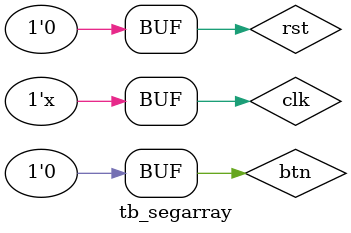
<source format=v>
module tb_segarray();

// module seg_array(clk, rst, btn, seg_data, seg_sel);

reg clk, rst, btn;

wire [7:0] seg_data;
wire [7:0] seg_sel;

seg_array u1(clk, rst, btn, seg_data, seg_sel);

initial begin 
    clk <= 0;
    btn <= 0;
    rst <= 0;
    
    #10 rst <= 1 ;
         
     #30 btn <= 1;   //1
     #10 btn <= 0;
   
    #100 btn <= 1;  //2
    #10 btn <= 0;   
   
    #100 btn <= 1;  //3
    #10 btn <= 0;
   
    #100 btn <= 1; //4
    #10 btn <= 0;
   
    #100 btn <= 1; //5
    #10 btn <= 0;
   
    #100 btn <= 1; //6
    #10 btn <= 0;
   
    #100 btn <= 1;  //7
    #10 btn <= 0;
   
   #10 btn <= 1;
   #10 btn <= 0;
   #10 btn <= 1;
   #10 btn <= 0; 
   #10 btn <= 1;
   #10 btn <= 0;
   #10 btn <= 1;
   #10 btn <= 0;
   #100 btn <= 1;     // 12
   #10 btn <= 0;
   
   
   #100 rst <= 0;
   end
 
 
 always begin
    #5 clk <= ~clk;
    end
 endmodule
    
    
</source>
